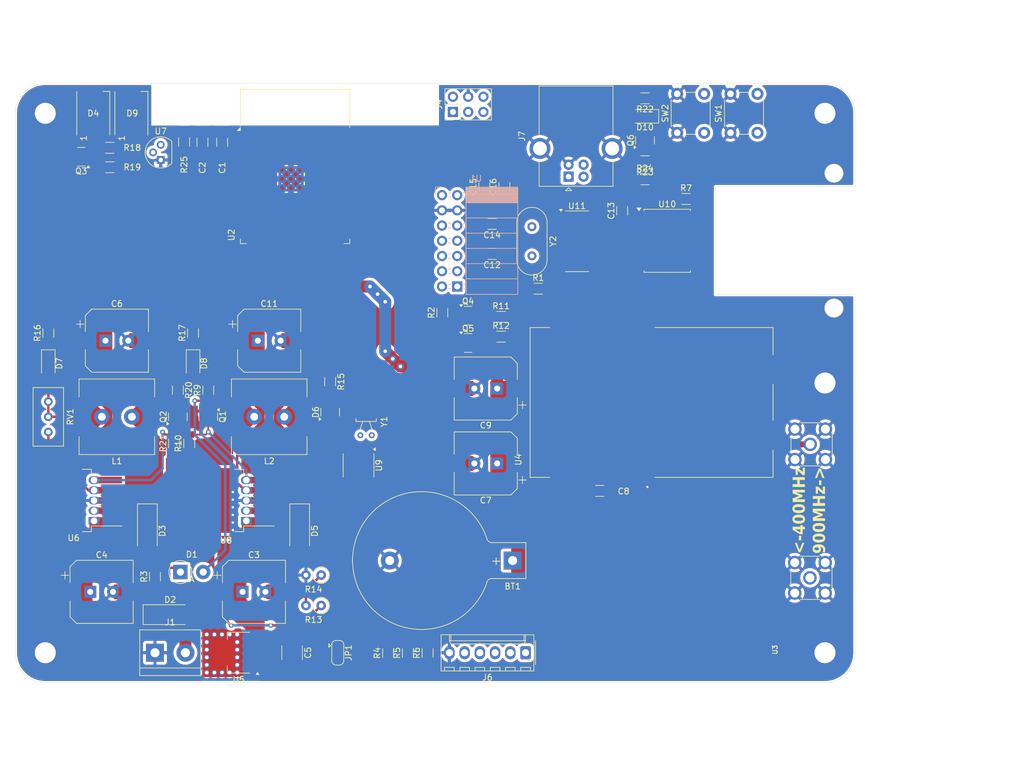
<source format=kicad_pcb>
(kicad_pcb (version 20240108) (generator "pcbnew") (generator_version "8.0")
  (layers (0 "F.Cu" signal) (31 "B.Cu" signal) (34 "B.Paste" user) (35 "F.Paste" user) (36 "B.SilkS" user "B.Silkscreen") (37 "F.SilkS" user "F.Silkscreen") (38 "B.Mask" user) (39 "F.Mask" user) (44 "Edge.Cuts" user))
  (net 0 "")
  (net 1 "GND")
  (net 2 "Net-(BT1-+)")
  (net 3 "+3V3")
  (net 4 "+12V")
  (net 5 "Net-(JP1-A)")
  (net 6 "+5V")
  (net 7 "Net-(U11-XO)")
  (net 8 "Net-(U11-XI)")
  (net 9 "/Power Supply/Vin")
  (net 10 "Net-(D3-K)")
  (net 11 "+5V_AUX")
  (net 12 "Net-(D5-K)")
  (net 13 "Net-(D7-K)")
  (net 14 "Net-(D8-K)")
  (net 15 "Net-(D10-K)")
  (net 16 "Net-(D10-A)")
  (net 17 "Net-(J2-In)")
  (net 18 "Net-(J3-In)")
  (net 19 "TXD2")
  (net 20 "RXD2")
  (net 21 "INT")
  (net 22 "SDA")
  (net 23 "SCL")
  (net 24 "Net-(J7-D-)")
  (net 25 "Net-(J7-D+)")
  (net 26 "/Power Supply/3V3_REG_EN")
  (net 27 "/Power Supply/5V_REG_EN")
  (net 28 "Net-(Q3-B)")
  (net 29 "GPIO0")
  (net 30 "Net-(Q4-B)")
  (net 31 "Net-(Q5-E)")
  (net 32 "RESET")
  (net 33 "Net-(Q5-B)")
  (net 34 "USB_ON")
  (net 35 "Net-(Q6-B)")
  (net 36 "/OSC_E")
  (net 37 "SD_DET")
  (net 38 "VBAT")
  (net 39 "RGBLED")
  (net 40 "/+5V_EN")
  (net 41 "/TX0")
  (net 42 "/TX_EN")
  (net 43 "/RX1")
  (net 44 "/CRS")
  (net 45 "/RX0")
  (net 46 "/MDIO")
  (net 47 "/MDC")
  (net 48 "/TX1")
  (net 49 "HSPI_MOSI")
  (net 50 "HSPI_SCK")
  (net 51 "RXD1")
  (net 52 "HSPI_MISO")
  (net 53 "TXD1")
  (net 54 "RXD0")
  (net 55 "TXD0")
  (net 56 "S1_CS")
  (net 57 "/S1_NRST")
  (net 58 "/S1_DIO1")
  (net 59 "/S1_BUSY")
  (net 60 "/S1_RXEN")
  (net 61 "/S0_M1")
  (net 62 "/S0_AUX")
  (net 63 "/S0_M0")
  (net 69 "Net-(D1-K)")
  (net 70 "Net-(D1-A)")
  (net 71 "Net-(D4-DOUT)")
  (net 72 "Net-(D4-DIN)")
  (net 73 "Net-(D6-COM)")
  (net 76 "Net-(Q2-B)")
  (net 77 "Net-(Q4-E)")
  (net 78 "Net-(U6-FB)")
  (net 86 "Net-(U3-Pad7-TXEN)")
  (net 87 "Net-(U9-X1)")
  (net 89 "Net-(U9-X2)")
  (footprint "Resistor_SMD:R_1206_3216Metric" (layer "F.Cu") (at 50.508 96.66 90)
    (property "Reference" "R16")
    (property "Value" "330")
  )
  (footprint "esp-map-footprints:E22-900T30S" (layer "F.Cu") (at 151.0969 108.24 90)
    (property "Reference" "U4")
    (property "Value" "E22-900T30S")
  )
  (footprint "Package_TO_SOT_SMD:SOT-23" (layer "F.Cu") (at 56 67.25 180)
    (property "Reference" "Q3")
    (property "Value" "BC817")
  )
  (footprint "Resistor_SMD:R_1206_3216Metric" (layer "F.Cu") (at 150 68 180)
    (property "Reference" "R23")
    (property "Value" "10k")
  )
  (footprint "esp-map-footprints:CAP_10x10_SMD_THT" (layer "F.Cu") (at 59.398 139.84)
    (property "Reference" "C4")
    (property "Value" "470uF" (hide yes))
  )
  (footprint "Package_TO_SOT_SMD:SOT-23" (layer "F.Cu") (at 120.5 98.313345)
    (property "Reference" "Q5")
    (property "Value" "BC817")
  )
  (footprint "Resistor_SMD:R_1206_3216Metric" (layer "F.Cu") (at 60.75 69 180)
    (property "Reference" "R19")
    (property "Value" "10k")
  )
  (footprint "Resistor_SMD:R_1206_3216Metric" (layer "F.Cu") (at 77.178 106.185 90)
    (property "Reference" "R9")
    (property "Value" "10k")
  )
  (footprint "esp-map-footprints:BatteryHolder_CR2032" (layer "F.Cu") (at 127.932 134.619999 180)
    (property "Reference" "BT1")
    (property "Value" "CR2032")
  )
  (footprint "MountingHole:MountingHole_3.5mm_Pad" (layer "F.Cu") (at 180 150)
    (property "Reference" "H2" (hide yes))
    (property "Value" "MountingHole_Pad")
  )
  (footprint "MountingHole:MountingHole_3.5mm_Pad" (layer "F.Cu") (at 50 60)
    (property "Reference" "H3" (hide yes))
    (property "Value" "MountingHole_Pad")
  )
  (footprint "Resistor_SMD:R_1206_3216Metric" (layer "F.Cu") (at 150 71)
    (property "Reference" "R24")
    (property "Value" "10k")
  )
  (footprint "Resistor_SMD:R_1206_3216Metric" (layer "F.Cu") (at 113.75 150.0375 90)
    (property "Reference" "R6")
    (property "Value" "10k")
  )
  (footprint "Package_SO:SOIC-16W_7.5x10.3mm_P1.27mm" (layer "F.Cu") (at 153.697845 81.260345)
    (property "Reference" "U10")
    (property "Value" "PCF8574")
  )
  (footprint "esp-map-footprints:CAP_10x10_SMD_THT" (layer "F.Cu") (at 123.444 105.918 180)
    (property "Reference" "C9")
    (property "Value" "470uF" (hide yes))
  )
  (footprint "Package_TO_SOT_SMD:SOT-23" (layer "F.Cu") (at 77.178 110.63 -90)
    (property "Reference" "Q1")
    (property "Value" "BC817")
  )
  (footprint "Capacitor_SMD:C_1206_3216Metric_Pad1.33x1.80mm_HandSolder" (layer "F.Cu") (at 126.547845 72.260345 90)
    (property "Reference" "C16")
    (property "Value" "1uF")
  )
  (footprint "esp-map-footprints:TO-263-5_TabPin3" (layer "F.Cu") (at 80.128 124.6 180)
    (property "Reference" "U8")
    (property "Value" "LM2596S-3.3")
  )
  (footprint "MountingHole:MountingHole_3.5mm_Pad" (layer "F.Cu") (at 50 150)
    (property "Reference" "H1" (hide yes))
    (property "Value" "MountingHole_Pad")
  )
  (footprint "Resistor_THT:R_Axial_DIN0207_L6.3mm_D2.5mm_P2.54mm_Vertical" (layer "F.Cu") (at 96.003 142.126 180)
    (property "Reference" "R13")
    (property "Value" "22k")
  )
  (footprint "LED_SMD:LED_WS2812B_PLCC4_5.0x5.0mm_P3.2mm" (layer "F.Cu") (at 64.35 60 90)
    (property "Reference" "D9")
    (property "Value" "WS2812B")
  )
  (footprint "Connector_Molex:Molex_KK-254_AE-6410-06A_1x06_P2.54mm_Vertical" (layer "F.Cu") (at 130.08 150 180)
    (property "Reference" "J6")
    (property "Value" "Conn_01x06")
  )
  (footprint "Jumper:SolderJumper-3_P1.3mm_Bridged12_RoundedPad1.0x1.5mm" (layer "F.Cu") (at 98.768 150 -90)
    (property "Reference" "JP1")
    (property "Value" "SolderJumper_3_Bridged12")
  )
  (footprint "Package_TO_SOT_SMD:SOT-223-3_TabPin2" (layer "F.Cu") (at 82.258 150 180)
    (property "Reference" "U5")
    (property "Value" "AMS1117-5.0")
  )
  (footprint "Package_TO_SOT_THT:TO-92" (layer "F.Cu") (at 69.25 67.79 90)
    (property "Reference" "U7")
    (property "Value" "DS1233A-10")
  )
  (footprint "Resistor_SMD:R_1206_3216Metric" (layer "F.Cu") (at 116.197845 93.260345 90)
    (property "Reference" "R2")
    (property "Value" "10k")
  )
  (footprint "Diode_SMD:D_SMA_Handsoldering" (layer "F.Cu") (at 92.418 129.68 -90)
    (property "Reference" "D5")
    (property "Value" "SS14")
  )
  (footprint "Fiducial:Fiducial_0.5mm_Mask1mm" (layer "F.Cu") (at 172.5 60)
    (property "Reference" "FID3" (hide yes))
    (property "Value" "Fiducial")
  )
  (footprint "Resistor_SMD:R_1206_3216Metric" (layer "F.Cu") (at 126 97.260345)
    (property "Reference" "R12")
    (property "Value" "10k")
  )
  (footprint "Resistor_SMD:R_1206_3216Metric" (layer "F.Cu") (at 74.638 96.66 90)
    (property "Reference" "R17")
    (property "Value" "330")
  )
  (footprint "MountingHole:MountingHole_3.5mm_Pad" (layer "F.Cu") (at 180 105)
    (property "Reference" "H5" (hide yes))
    (property "Value" "MountingHole_Pad")
  )
  (footprint "esp-map-footprints:CAP_10x10_SMD_THT" (layer "F.Cu") (at 84.798 139.84)
    (property "Reference" "C3")
    (property "Value" "470uF" (hide yes))
  )
  (footprint "esp-map-footprints:L_12x12mm_H8mm" (layer "F.Cu") (at 87.338 110.63 180)
    (property "Reference" "L2")
    (property "Value" "68uH")
  )
  (footprint "Resistor_SMD:R_1206_3216Metric" (layer "F.Cu") (at 132.197845 89.260345)
    (property "Reference" "R1")
    (property "Value" "10k")
  )
  (footprint "Package_SO:SOIC-8_3.9x4.9mm_P1.27mm" (layer "F.Cu") (at 102.235 118.745 -90)
    (property "Reference" "U9")
    (property "Value" "DS1307Z+")
  )
  (footprint "Resistor_SMD:R_1206_3216Metric" (layer "F.Cu") (at 72.098 106.185 -90)
    (property "Reference" "R20")
    (property "Value" "10k")
  )
  (footprint "Resistor_SMD:R_1206_3216Metric" (layer "F.Cu") (at 110.46 150.0375 90)
    (property "Reference" "R5")
    (property "Value" "10k")
  )
  (footprint "Capacitor_SMD:C_1206_3216Metric_Pad1.33x1.80mm_HandSolder" (layer "F.Cu") (at 123.197845 72.260345 90)
    (property "Reference" "C15")
    (property "Value" "100nF")
  )
  (footprint "Package_TO_SOT_SMD:SOT-23" (layer "F.Cu") (at 97.498 109.855 90)
    (property "Reference" "D6")
    (property "Value" "BAT54S")
  )
  (footprint "esp-map-footprints:L_12x12mm_H8mm" (layer "F.Cu") (at 61.938 110.63 180)
    (property "Reference" "L1")
    (property "Value" "68uH")
  )
  (footprint "RF_Module:ESP32-WROOM-32" (layer "F.Cu") (at 91.655 71.86)
    (property "Reference" "U2")
    (property "Value" "ESP32-WROOM-32")
  )
  (footprint "esp-map-footprints:LAN8720-ETH-BOARD-90deg-CON-BOT" (layer "F.Cu") (at 116.15 73.65)
    (property "Reference" "U1")
    (property "Value" "lan8720_eth_board")
  )
  (footprint "Fiducial:Fiducial_0.5mm_Mask1mm" (layer "F.Cu") (at 179.62 143.57)
    (property "Reference" "FID2" (hide yes))
    (property "Value" "Fiducial")
  )
  (footprint "Resistor_SMD:R_1206_3216Metric" (layer "F.Cu") (at 74.003 115.075 90)
    (property "Reference" "R10")
    (property "Value" "47k")
  )
  (footprint "Resistor_SMD:R_1206_3216Metric" (layer "F.Cu") (at 73.152 64.77 -90)
    (property "Reference" "R25")
    (property "Value" "10k")
  )
  (footprint "Capacitor_SMD:C_1206_3216Metric_Pad1.33x1.80mm_HandSolder" (layer "F.Cu") (at 79.502 64.83 90)
    (property "Reference" "C1")
    (property "Value" "100nF")
  )
  (footprint "Connector_USB:USB_B_OST_USB-B1HSxx_Horizontal" (layer "F.Cu") (at 137.25 70.5775 90)
    (property "Reference" "J7")
    (property "Value" "USB_B")
  )
  (footprint "LED_SMD:LED_1206_3216Metric" (layer "F.Cu") (at 150 60.5 180)
    (property "Reference" "D10")
    (property "Value" "LED")
  )
  (footprint "Resistor_SMD:R_1206_3216Metric" (layer "F.Cu") (at 107.17 150.0375 90)
    (property "Reference" "R4")
    (property "Value" "10k")
  )
  (footprint "Resistor_SMD:R_1206_3216Metric" (layer "F.Cu") (at 126 93.970345)
    (property "Reference" "R11")
    (property "Value" "10k")
  )
  (footprint "Fiducial:Fiducial_0.5mm_Mask1mm" (layer "F.Cu") (at 56.43 149.92)
    (property "Reference" "FID1" (hide yes))
    (property "Value" "Fiducial")
  )
  (footprint "esp-map-footprints:TerminalBlock-Bornier-2_P5.08mm" (layer "F.Cu") (at 68.288 150)
    (property "Reference" "J1")
    (property "Value" "Conn_01x02")
  )
  (footprint "Resistor_SMD:R_1206_3216Metric" (layer "F.Cu") (at 71.463 115.075 90)
    (property "Reference" "R21")
    (property "Value" "47k")
  )
  (footprint "LED_SMD:LED_WS2812B_PLCC4_5.0x5.0mm_P3.2mm" (layer "F.Cu") (at 58 60 90)
    (property "Reference" "D4")
    (property "Value" "WS2812B")
  )
  (footprint "LED_SMD:LED_1206_3216Metric" (layer "F.Cu") (at 74.638 101.74 -90)
    (property "Reference" "D8")
    (property "Value" "LED")
  )
  (footprint "Resistor_SMD:R_1206_3216Metric" (layer "F.Cu") (at 60.75 65.75 180)
    (property "Reference" "R18")
    (property "Value" "10k")
  )
  (footprint "Resistor_THT:R_Axial_DIN0207_L6.3mm_D2.5mm_P2.54mm_Vertical" (layer "F.Cu") (at 96.003 137.046 180)
    (property "Reference" "R14")
    (property "Value" "5k6")
  )
  (footprint "Connector_PinHeader_2.54mm:PinHeader_2x03_P2.54mm_Vertical" (layer "F.Cu") (at 117.975 59.775 90)
    (property "Reference" "J4")
    (property "Value" "Conn_02x03_Counter_Clockwise")
  )
  (footprint "Crystal:Crystal_C38-LF_D3.0mm_L8.0mm_Horizontal_1EP_style1" (layer "F.Cu") (at 104.434518 113.7128 180)
    (property "Reference" "Y1")
    (property "Value" "32768Hz")
  )
  (footprint "Resistor_SMD:R_1206_3216Metric" (layer "F.Cu") (at 97.498 104.775 -90)
    (property "Reference" "R15")
    (property "Value" "10k")
  )
  (footprint "esp-map-footprints:TO-263-5_TabPin3" (layer "F.Cu") (at 54.728 124.6 180)
    (property "Reference" "U6")
    (property "Value" "LM2596S-3.3")
  )
  (footprint "Resistor_SMD:R_1206_3216Metric" (layer "F.Cu") (at 156.845 74.295)
    (property "Reference" "R7")
    (property "Value" "10k")
  )
  (footprint "Capacitor_SMD:C_1206_3216Metric_Pad1.33x1.80mm_HandSolder" (layer "F.Cu") (at 146.197845 76.260345 90)
    (property "Reference" "C13")
    (property "Value" "100nF")
  )
  (footprint "esp-map-footprints:E22-400M30S" (layer "F.Cu") (at 171.6781 149.5 90)
    (property "Reference" "U3")
    (property "Value" "E22-400M30S")
  )
  (footprint "LED_SMD:LED_1206_3216Metric" (layer "F.Cu") (at 50.508 101.74 -90)
    (property "Reference" "D7")
    (property "Value" "LED")
  )
  (footprint "Package_TO_SOT_SMD:SOT-23" (layer "F.Cu") (at 150 64.5 90)
    (property "Reference" "Q6")
    (property "Value" "BC817")
  )
  (footprint "Package_TO_SOT_SMD:SOT-23" (layer "F.Cu") (at 120.5 93.760345)
    (property "Reference" "Q4")
    (property "Value" "BC817")
  )
  (footprint "Crystal:Crystal_HC49-U_Vertical" (layer "F.Cu") (at 131.142845 78.905345 -90)
    (property "Reference" "Y2")
    (property "Value" "12MHz")
  )
  (footprint "esp-map-footprints:CAP_10x10_SMD_THT" (layer "F.Cu") (at 87.338 97.93)
    (property "Reference" "C11")
    (property "Value" "470uF" (hide yes))
  )
  (footprint "Connector_Coaxial:SMA_Molex_73251-2200_Horizontal" (layer "F.Cu") (at 177.54 115.23 -90)
    (property "Reference" "J2" (hide yes))
    (property "Value" "Conn_Coaxial")
  )
  (footprint "Capacitor_SMD:C_1206_3216Metric_Pad1.33x1.80mm_HandSolder" (layer "F.Cu") (at 124.500345 78.455345 180)
    (property "Reference" "C14")
    (property "Value" "22pF")
  )
  (footprint "Package_SO:SOIC-16_3.9x9.9mm_P1.27mm" (layer "F.Cu") (at 138.672845 81.355345)
    (property "Reference" "U11")
    (property "Value" "CH340G")
  )
  (footprint "Resistor_SMD:R_1206_3216Metric" (layer "F.Cu") (at 68.288 137.3 90)
    (property "Reference" "R3")
    (property "Value" "10k")
  )
  (footprint "Button_Switch_THT:SW_PUSH_6mm" (layer "F.Cu") (at 155.36 63.25 90)
    (property "Reference" "SW2")
    (property "Value" "SW_Push")
  )
  (footprint "Diode_THT:D_DO-15_P3.81mm_Vertical_AnodeUp" (layer "F.Cu") (at 72.525 136.538)
    (property "Reference" "D1")
    (property "Value" "11V")
  )
  (footprint "esp-map-footprints:CAP_10x10_SMD_THT" (layer "F.Cu") (at 123.444 118.418 180)
    (property "Reference" "C7")
    (property "Value" "470uF" (hide yes))
  )
  (footprint "Button_Switch_THT:SW_PUSH_6mm" (layer "F.Cu") (at 164.25 63.25 90)
    (property "Reference" "SW1")
    (property "Value" "SW_Push")
  )
  (footprint "Connector_Coaxial:SMA_Molex_73251-2200_Horizontal" (layer "F.Cu") (at 177.5 137.5 -90)
    (property "Reference" "J3" (hide yes))
    (property "Value" "Conn_Coaxial")
  )
  (footprint "Diode_SMD:D_SMA_Handsoldering" (layer "F.Cu") (at 67.018 129.68 -90)
    (property "Reference" "D3")
    (property "Value" "SS14")
  )
  (footprint "esp-map-footprints:CAP_10x10_SMD_THT" (layer "F.Cu") (at 61.938 97.93)
    (property "Reference" "C6")
    (property "Value" "470uF" (hide yes))
  )
  (footprint "MountingHole:MountingHole_3.5mm_Pad" (layer "F.Cu") (at 180 60)
    (property "Reference" "H4" (hide yes))
    (property "Value" "MountingHole_Pad")
  )
  (footprint "Capacitor_SMD:C_1206_3216Metric_Pad1.33x1.80mm_HandSolder" (layer "F.Cu") (at 124.500345 83.455345 180)
    (property "Reference" "C12")
    (property "Value" "22pF")
  )
  (footprint "Potentiometer_THT:Potentiometer_Bourns_3296W_Vertical" (layer "F.Cu") (at 50.508 113.18 -90)
    (property "Reference" "RV1")
    (property "Value" "5k")
  )
  (footprint "Resistor_SMD:R_1206_3216Metric" (layer "F.Cu") (at 150 57.5 180)
    (property "Reference" "R22")
    (property "Value" "330")
  )
  (footprint "Capacitor_SMD:C_1812_4532Metric_Pad1.57x3.40mm_HandSolder" (layer "F.Cu") (at 91.148 150 -90)
    (property "Reference" "C5")
    (property "Value" "22uF")
  )
  (footprint "Capacitor_SMD:C_1206_3216Metric_Pad1.33x1.80mm_HandSolder" (layer "F.Cu") (at 76.2 64.83 90)
    (property "Reference" "C2")
    (property "Value" "1uF")
  )
  (footprint "Diode_SMD:D_SMA_Handsoldering" (layer "F.Cu") (at 70.828 143.65)
    (property "Reference" "D2")
    (property "Value" "SS14")
  )
  (footprint "Package_TO_SOT_SMD:SOT-23" (layer "F.Cu") (at 72.098 110.63 90)
    (property "Reference" "Q2")
    (property "Value" "BC817")
  )
  (footprint "Capacitor_SMD:C_1206_3216Metric_Pad1.33x1.80mm_HandSolder" (layer "F.Cu") (at 142.4375 123)
    (property "Reference" "C8")
    (property "Value" "100nF")
  )
  (gr_line (start 50 55) (end 180 55) (stroke (width 0.05)) (layer "Edge.Cuts"))
  (gr_line (start 161.75 90.25) (end 161.75 72.25) (stroke (width 0.05)) (layer "Edge.Cuts"))
  (gr_arc (start 45 60) (mid 46.464466 56.464466) (end 50 55) (stroke (width 0.05)) (layer "Edge.Cuts"))
  (gr_arc (start 180 55) (mid 183.535534 56.464466) (end 185 60) (stroke (width 0.05)) (layer "Edge.Cuts"))
  (gr_arc (start 185 150) (mid 183.535534 153.535534) (end 180 155) (stroke (width 0.05)) (layer "Edge.Cuts"))
  (gr_line (start 180 155) (end 50 155) (stroke (width 0.05)) (layer "Edge.Cuts"))
  (gr_arc (start 50 155) (mid 46.464466 153.535534) (end 45 150) (stroke (width 0.05)) (layer "Edge.Cuts"))
  (gr_line (start 161.75 72.25) (end 185 72.25) (stroke (width 0.05)) (layer "Edge.Cuts"))
  (gr_line (start 45 150) (end 45 60) (stroke (width 0.05)) (layer "Edge.Cuts"))
  (gr_line (start 185 90.25) (end 185 150) (stroke (width 0.05)) (layer "Edge.Cuts"))
  (gr_line (start 185 90.25) (end 161.75 90.25) (stroke (width 0.05)) (layer "Edge.Cuts"))
  (gr_line (start 185 72.25) (end 185 60) (stroke (width 0.05)) (layer "Edge.Cuts"))
  (gr_text "<-400MHz\n900MHz->" (at 177.5 126.25 90) (layer "F.SilkS") (effects (font (size 2 1.8))))
  (via (at 81.28 124.46) (size 0.8) (drill 0.4) (layers "F.Cu" "B.Cu") (net 1))
  (via (at 81.28 125.73) (size 0.8) (drill 0.4) (layers "F.Cu" "B.Cu") (net 1))
  (via (at 81.28 129.54) (size 0.8) (drill 0.4) (layers "F.Cu" "B.Cu") (net 1))
  (via (at 81.28 123.19) (size 0.8) (drill 0.4) (layers "F.Cu" "B.Cu") (net 1))
  (via (at 81.28 127) (size 0.8) (drill 0.4) (layers "F.Cu" "B.Cu") (net 1))
  (via (at 81.28 128.27) (size 0.8) (drill 0.4) (layers "F.Cu" "B.Cu") (net 1))
  (segment (start 75.908 106.058) (end 76.162 106.312) (width 0.4) (layer "F.Cu") (net 3))
  (segment (start 82.004 114.44) (end 82.388 114.056) (width 0.4) (layer "F.Cu") (net 3))
  (segment (start 83.528 122.9) (end 83.2655 122.9) (width 0.4) (layer "F.Cu") (net 3))
  (segment (start 74.638 104.788) (end 75.908 106.058) (width 0.4) (layer "F.Cu") (net 3))
  (segment (start 76.162 106.312) (end 82.258 106.312) (width 0.4) (layer "F.Cu") (net 3))
  (segment (start 82.004 121.6385) (end 82.004 114.44) (width 0.4) (layer "F.Cu") (net 3))
  (segment (start 74.638 103.14) (end 74.638 104.788) (width 0.4) (layer "F.Cu") (net 3))
  (segment (start 83.2655 122.9) (end 82.004 121.6385) (width 0.4) (layer "F.Cu") (net 3))
  (segment (start 82.388 114.056) (end 82.388 110.63) (width 0.4) (layer "F.Cu") (net 3))
  (segment (start 71.463 116.5375) (end 74.003 116.5375) (width 0.4) (layer "F.Cu") (net 4))
  (segment (start 68.288 143.61) (end 68.328 143.65) (width 0.4) (layer "F.Cu") (net 4))
  (segment (start 70.32 117.6805) (end 70.32 127.14) (width 0.4) (layer "F.Cu") (net 4))
  (segment (start 69.304 129.68) (end 61.176 129.68) (width 0.4) (layer "F.Cu") (net 4))
  (segment (start 70.32 127.14) (end 70.32 128.664) (width 0.4) (layer "F.Cu") (net 4))
  (segment (start 70.32 128.664) (end 69.304 129.68) (width 0.4) (layer "F.Cu") (net 4))
  (segment (start 71.463 116.5375) (end 70.32 117.6805) (width 0.4) (layer "F.Cu") (net 4))
  (segment (start 95.6145 147.8625) (end 96.452 148.7) (width 1) (layer "F.Cu") (net 5))
  (segment (start 86.65025 150) (end 85.408 150) (width 1) (layer "F.Cu") (net 5))
  (segment (start 91.148 147.8625) (end 95.6145 147.8625) (width 1) (layer "F.Cu") (net 5))
  (segment (start 88.78775 147.8625) (end 86.65025 150) (width 1) (layer "F.Cu") (net 5))
  (segment (start 91.148 147.8625) (end 88.78775 147.8625) (width 1) (layer "F.Cu") (net 5))
  (segment (start 96.452 148.7) (end 98.768 148.7) (width 1) (layer "F.Cu") (net 5))
  (via (at 82.004 146.952) (size 0.9) (drill 0.6) (layers "F.Cu" "B.Cu") (net 5))
  (via (at 79.464 153.302) (size 0.9) (drill 0.6) (layers "F.Cu" "B.Cu") (net 5))
  (via (at 78.194 153.302) (size 0.9) (drill 0.6) (layers "F.Cu" "B.Cu") (net 5))
  (via (at 76.924 148.222) (size 0.9) (drill 0.6) (layers "F.Cu" "B.Cu") (net 5))
  (via (at 80.734 146.952) (size 0.9) (drill 0.6) (layers "F.Cu" "B.Cu") (net 5))
  (via (at 80.734 153.302) (size 0.9) (drill 0.6) (layers "F.Cu" "B.Cu") (net 5))
  (via (at 82.004 149.492) (size 0.9) (drill 0.6) (layers "F.Cu" "B.Cu") (net 5))
  (via (at 76.924 153.302) (size 0.9) (drill 0.6) (layers "F.Cu" "B.Cu") (net 5))
  (via (at 76.924 152.032) (size 0.9) (drill 0.6) (layers "F.Cu" "B.Cu") (net 5))
  (via (at 82.004 153.302) (size 0.9) (drill 0.6) (layers "F.Cu" "B.Cu") (net 5))
  (via (at 82.004 150.762) (size 0.9) (drill 0.6) (layers "F.Cu" "B.Cu") (net 5))
  (via (at 82.004 148.222) (size 0.9) (drill 0.6) (layers "F.Cu" "B.Cu") (net 5))
  (via (at 76.924 146.952) (size 0.9) (drill 0.6) (layers "F.Cu" "B.Cu") (net 5))
  (via (at 82.004 152.032) (size 0.9) (drill 0.6) (layers "F.Cu" "B.Cu") (net 5))
  (via (at 76.924 149.492) (size 0.9) (drill 0.6) (layers "F.Cu" "B.Cu") (net 5))
  (via (at 79.464 146.952) (size 0.9) (drill 0.6) (layers "F.Cu" "B.Cu") (net 5))
  (via (at 76.924 150.762) (size 0.9) (drill 0.6) (layers "F.Cu" "B.Cu") (net 5))
  (via (at 78.194 146.952) (size 0.9) (drill 0.6) (layers "F.Cu" "B.Cu") (net 5))
  (segment (start 123.825 102.235) (end 125.344 103.754) (width 2) (layer "F.Cu") (net 6))
  (segment (start 57.938 91.922) (end 57.938 97.93) (width 2) (layer "F.Cu") (net 6))
  (segment (start 109.22 102.235) (end 123.825 102.235) (width 2) (layer "F.Cu") (net 6))
  (segment (start 106.68 99.695) (end 109.22 102.235) (width 2) (layer "F.Cu") (net 6))
  (segment (start 50.518 110.63) (end 50.508 110.64) (width 0.4) (layer "F.Cu") (net 6))
  (segment (start 60.96 88.9) (end 57.938 91.922) (width 2) (layer "F.Cu") (net 6))
  (segment (start 106.68 91.44) (end 104.14 88.9) (width 2) (layer "F.Cu") (net 6))
  (segment (start 125.344 103.754) (end 125.344 105.918) (width 2) (layer "F.Cu") (net 6))
  (segment (start 59.438 110.63) (end 50.518 110.63) (width 0.4) (layer "F.Cu") (net 6))
  (segment (start 104.14 88.9) (end 60.96 88.9) (width 2) (layer "F.Cu") (net 6))
  (segment (start 50.508 110.64) (end 50.508 103.14) (width 0.4) (layer "F.Cu") (net 6))
  (via (at 106.68 99.695) (size 1.2) (drill 0.6) (layers "F.Cu" "B.Cu") (net 6))
  (via (at 105.41 90.17) (size 1.2) (drill 0.6) (layers "F.Cu" "B.Cu") (net 6))
  (via (at 107.95 100.965) (size 1.2) (drill 0.6) (layers "F.Cu" "B.Cu") (net 6))
  (via (at 106.68 91.44) (size 1.2) (drill 0.6) (layers "F.Cu" "B.Cu") (net 6))
  (via (at 109.22 102.235) (size 1.2) (drill 0.6) (layers "F.Cu" "B.Cu") (net 6))
  (via (at 104.14 88.9) (size 1.2) (drill 0.6) (layers "F.Cu" "B.Cu") (net 6))
  (segment (start 106.68 91.44) (end 104.14 88.9) (width 2) (layer "B.Cu") (net 6))
  (segment (start 106.68 91.44) (end 106.68 99.695) (width 2) (layer "B.Cu") (net 6))
  (segment (start 96.003 142.126) (end 92.701 145.428) (width 0.4) (layer "F.Cu") (net 9))
  (segment (start 73.368 143.69) (end 73.328 143.65) (width 2) (layer "F.Cu") (net 9))
  (segment (start 92.701 145.428) (end 87.592 145.428) (width 0.4) (layer "F.Cu") (net 9))
  (segment (start 73.368 150) (end 73.368 143.69) (width 2) (layer "F.Cu") (net 9))
  (segment (start 80.988 145.428) (end 79.21 143.65) (width 0.4) (layer "F.Cu") (net 9))
  (segment (start 79.21 143.65) (end 73.328 143.65) (width 0.4) (layer "F.Cu") (net 9))
  (via (at 80.988 145.428) (size 0.8) (drill 0.4) (layers "F.Cu" "B.Cu") (net 9))
  (via (at 87.592 145.428) (size 0.8) (drill 0.4) (layers "F.Cu" "B.Cu") (net 9))
  (segment (start 87.592 145.428) (end 80.988 145.428) (width 0.4) (layer "B.Cu") (net 9))
  (segment (start 60.503 126.3) (end 66.138 126.3) (width 1) (layer "F.Cu") (net 10))
  (segment (start 66.138 126.3) (end 67.018 127.18) (width 1) (layer "F.Cu") (net 10))
  (segment (start 91.538 126.3) (end 92.418 127.18) (width 1) (layer "F.Cu") (net 12))
  (segment (start 85.903 126.3) (end 91.538 126.3) (width 1) (layer "F.Cu") (net 12))
  (segment (start 50.508 100.34) (end 50.508 98.1225) (width 0.4) (layer "F.Cu") (net 13))
  (segment (start 74.638 100.34) (end 74.638 98.1225) (width 0.4) (layer "F.Cu") (net 14))
  (segment (start 171.0169 115.23) (end 170.7969 115.01) (width 1) (layer "F.Cu") (net 17))
  (segment (start 177.54 115.23) (end 171.0169 115.23) (width 1) (layer "F.Cu") (net 17))
  (segment (start 77.178 113.17) (end 77.178 111.5675) (width 0.3) (layer "F.Cu") (net 26))
  (segment (start 74.003 113.6125) (end 76.7355 113.6125) (width 0.3) (layer "F.Cu") (net 26))
  (segment (start 76.7355 113.6125) (end 77.178 113.17) (width 0.3) (layer "F.Cu") (net 26))
  (segment (start 73.048 111.5675) (end 73.048 112.6575) (width 0.3) (layer "F.Cu") (net 26))
  (segment (start 73.048 112.6575) (end 74.003 113.6125) (width 0.3) (layer "F.Cu") (net 26))
  (via (at 77.178 113.17) (size 0.8) (drill 0.4) (layers "F.Cu" "B.Cu") (net 26))
  (segment (start 83.528 121.2) (end 83.528 119.52) (width 0.4) (layer "B.Cu") (net 26))
  (segment (start 83.528 119.52) (end 77.178 113.17) (width 0.4) (layer "B.Cu") (net 26))
  (segment (start 69.558 113.17) (end 70.0005 113.6125) (width 0.4) (layer "F.Cu") (net 27))
  (segment (start 72.098 112.9775) (end 71.463 113.6125) (width 0.3) (layer "F.Cu") (net 27))
  (segment (start 70.0005 113.6125) (end 71.463 113.6125) (width 0.4) (layer "F.Cu") (net 27))
  (segment (start 72.098 109.6925) (end 72.098 112.9775) (width 0.3) (layer "F.Cu") (net 27))
  (via (at 69.558 113.17) (size 0.8) (drill 0.4) (layers "F.Cu" "B.Cu") (net 27))
  (segment (start 58.128 121.2) (end 67.624 121.2) (width 0.4) (layer "B.Cu") (net 27))
  (segment (start 67.624 121.2) (end 69.558 119.266) (width 0.4) (layer "B.Cu") (net 27))
  (segment (start 69.558 119.266) (end 69.558 113.17) (width 0.4) (layer "B.Cu") (net 27))
  (segment (start 71.8245 135.8375) (end 72.525 136.538) (width 0.4) (layer "F.Cu") (net 69))
  (segment (start 68.288 135.8375) (end 71.8245 135.8375) (width 0.4) (layer "F.Cu") (net 69))
  (segment (start 77.178 107.6475) (end 77.178 108.7425) (width 0.3) (layer "F.Cu") (net 70))
  (segment (start 77.178 108.7425) (end 78.128 109.6925) (width 0.3) (layer "F.Cu") (net 70))
  (segment (start 74.93 107.95) (end 76.8755 107.95) (width 0.4) (layer "F.Cu") (net 70))
  (segment (start 76.8755 107.95) (end 77.178 107.6475) (width 0.4) (layer "F.Cu") (net 70))
  (via (at 74.93 107.95) (size 0.8) (drill 0.4) (layers "F.Cu" "B.Cu") (net 70))
  (segment (start 76.335 136.538) (end 80.01 132.863) (width 0.4) (layer "B.Cu") (net 70))
  (segment (start 80.01 132.863) (end 80.01 118.745) (width 0.4) (layer "B.Cu") (net 70))
  (segment (start 80.01 118.745) (end 74.93 113.665) (width 0.4) (layer "B.Cu") (net 70))
  (segment (start 74.93 113.665) (end 74.93 107.95) (width 0.4) (layer "B.Cu") (net 70))
  (segment (start 93.463 142.126) (end 93.463 139.586) (width 0.4) (layer "F.Cu") (net 73))
  (segment (start 93.463 139.586) (end 96.003 137.046) (width 0.4) (layer "F.Cu") (net 73))
  (segment (start 71.148 108.5975) (end 72.098 107.6475) (width 0.3) (layer "F.Cu") (net 76))
  (segment (start 71.148 111.5675) (end 71.148 108.5975) (width 0.3) (layer "F.Cu") (net 76))
  (segment (start 56.604 117.234) (end 55.588 116.218) (width 0.4) (layer "F.Cu") (net 78))
  (segment (start 50.508 115.202) (end 50.508 113.18) (width 0.4) (layer "F.Cu") (net 78))
  (segment (start 51.524 116.218) (end 50.508 115.202) (width 0.4) (layer "F.Cu") (net 78))
  (segment (start 55.588 116.218) (end 51.524 116.218) (width 0.4) (layer "F.Cu") (net 78))
  (segment (start 56.604 122.314) (end 56.604 117.234) (width 0.4) (layer "F.Cu") (net 78))
  (segment (start 58.128 122.9) (end 57.19 122.9) (width 0.4) (layer "F.Cu") (net 78))
  (segment (start 57.19 122.9) (end 56.604 122.314) (width 0.4) (layer "F.Cu") (net 78))
  (zone (net 10) (net_name "Net-(D3-K)") (layer "F.Cu") (name "D3-K") (connect_pads yes (clearance 0.5)) (min_thickness 0.25) (fill yes (thermal_gap 0.5) (thermal_bridge_width 0.5))
    (polygon (pts (xy 68.034 128.918) (xy 68.034 107.836) (xy 62.7 107.836) (xy 62.7 116.472) (xy 64.986 118.758) (xy 64.986 128.918)))
  )
  (zone (net 6) (net_name "+5V") (layer "F.Cu") (name "+5V_MODEMS") (priority 4) (connect_pads yes (clearance 0.5)) (min_thickness 0.25) (fill yes (thermal_gap 0.5) (thermal_bridge_width 0.5))
    (polygon (pts (xy 124.206 104.648) (xy 124.206 124.206) (xy 137.16 124.206) (xy 137.16 127.508) (xy 141.986 127.508) (xy 141.986 121.666) (xy 138.938 121.666) (xy 138.938 118.618) (xy 136.652 118.618) (xy 136.652 121.92) (xy 129.54 121.92) (xy 129.54 104.648)))
  )
  (zone (net 6) (net_name "+5V") (layer "F.Cu") (name "+5V_PSU") (priority 1) (connect_pads yes (clearance 0.5)) (min_thickness 0.25) (fill yes (thermal_gap 0.5) (thermal_bridge_width 0.5))
    (polygon (pts (xy 55.588 113.424) (xy 55.588 96.406) (xy 61.176 96.406) (xy 61.176 113.424)))
  )
  (zone (net 5) (net_name "Net-(JP1-A)") (layer "F.Cu") (name "AMS117HS") (priority 3) (connect_pads yes (clearance 0.5)) (min_thickness 0.25) (fill yes (thermal_gap 0.5) (thermal_bridge_width 0.5))
    (polygon (pts (xy 82.512 145.936) (xy 76.162 145.936) (xy 76.162 154.064) (xy 85.56 154.064) (xy 85.56 148.984)))
  )
  (zone (net 3) (net_name "+3V3") (layer "F.Cu") (name "+3V3_PSU") (priority 1) (connect_pads yes (clearance 0.5)) (min_thickness 0.25) (fill yes (thermal_gap 0.5) (thermal_bridge_width 0.5))
    (polygon (pts (xy 80.988 113.424) (xy 80.988 96.406) (xy 86.576 96.406) (xy 86.576 113.424)))
  )
  (zone (net 4) (net_name "+12V") (layer "F.Cu") (name "+12V_PSU") (priority 2) (connect_pads yes (clearance 0.5)) (min_thickness 0.25) (fill yes (thermal_gap 0.5) (thermal_bridge_width 0.5))
    (polygon (pts (xy 57.366 127.394) (xy 62.954 127.394) (xy 62.954 135.268) (xy 57.874 135.268) (xy 57.874 141.872) (xy 67.018 141.872) (xy 67.018 138.062) (xy 78.702 138.062) (xy 78.702 131.458) (xy 82.766 131.458) (xy 82.766 127.394) (xy 88.354 127.394) (xy 88.354 135.268) (xy 83.528 135.268) (xy 83.528 141.11) (xy 86.576 144.158) (xy 86.576 148.73) (xy 84.036 148.73) (xy 84.036 147.206) (xy 78.702 141.872) (xy 70.828 141.872) (xy 70.828 145.174) (xy 55.842 145.174) (xy 52.54 141.872) (xy 52.54 131.458) (xy 57.366 131.458)))
  )
  (zone (net 12) (net_name "Net-(D5-K)") (layer "F.Cu") (name "D5-K") (connect_pads yes (clearance 0.5)) (min_thickness 0.25) (fill yes (thermal_gap 0.3) (thermal_bridge_width 1))
    (polygon (pts (xy 93.434 128.918) (xy 93.434 107.836) (xy 88.1 107.836) (xy 88.1 116.472) (xy 90.386 118.758) (xy 90.386 128.918)))
  )
  (zone (net 1) (net_name "GND") (layers "F&B.Cu") (name "GND") (connect_pads (clearance 0.5)) (min_thickness 0.25) (fill yes (thermal_gap 0.5) (thermal_bridge_width 0.5))
    (polygon (pts (xy 187.5 157.5) (xy 42.5 157.5) (xy 42.5 52.5) (xy 187.5 52.5)))
  )
)
</source>
